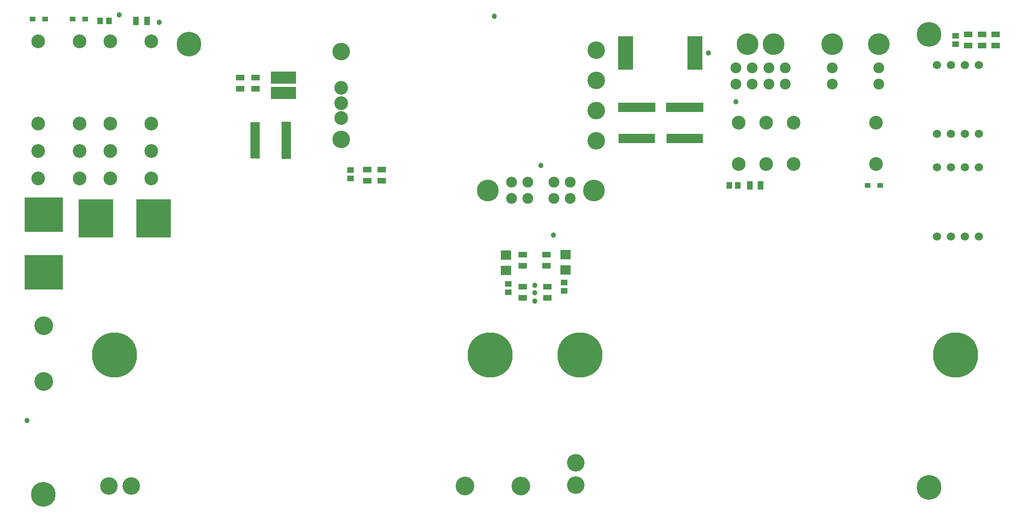
<source format=gts>
G04*
G04 #@! TF.GenerationSoftware,Altium Limited,Altium Designer,18.1.11 (251)*
G04*
G04 Layer_Color=8388736*
%FSLAX25Y25*%
%MOIN*%
G70*
G01*
G75*
%ADD29C,0.03800*%
%ADD30R,0.06706X0.26784*%
%ADD31R,0.06706X0.25997*%
%ADD32R,0.25997X0.06706*%
%ADD33R,0.26784X0.06706*%
%ADD34R,0.06115X0.04343*%
%ADD35R,0.04343X0.06115*%
%ADD36R,0.07690X0.06509*%
%ADD37R,0.04540X0.04343*%
%ADD38R,0.04343X0.04540*%
%ADD39R,0.04343X0.03359*%
%ADD40R,0.27375X0.24816*%
%ADD41R,0.24816X0.27375*%
%ADD42R,0.17926X0.09068*%
%ADD43R,0.11036X0.24422*%
%ADD44C,0.07800*%
%ADD45C,0.15600*%
%ADD46C,0.12611*%
%ADD47C,0.13398*%
%ADD48C,0.09855*%
%ADD49C,0.17729*%
%ADD50C,0.05918*%
%ADD51C,0.32296*%
D29*
X479000Y382100D02*
D03*
X488000Y332000D02*
D03*
X111000Y199000D02*
D03*
X599000Y462500D02*
D03*
X618600Y427500D02*
D03*
X205750Y484750D02*
D03*
X445800Y488800D02*
D03*
X177000Y489800D02*
D03*
X474500Y290500D02*
D03*
Y284500D02*
D03*
Y296000D02*
D03*
D30*
X296721Y400000D02*
D03*
D31*
X274279D02*
D03*
D32*
X582000Y401279D02*
D03*
X547500D02*
D03*
D33*
X582000Y423721D02*
D03*
X547500D02*
D03*
D34*
X795000Y475937D02*
D03*
Y468063D02*
D03*
X804500Y475937D02*
D03*
Y468063D02*
D03*
X466000Y317874D02*
D03*
Y310000D02*
D03*
X483000Y317937D02*
D03*
Y310063D02*
D03*
X466000Y294937D02*
D03*
Y287063D02*
D03*
X483500Y294886D02*
D03*
Y287012D02*
D03*
X274500Y444937D02*
D03*
Y437063D02*
D03*
X365000Y378874D02*
D03*
Y371000D02*
D03*
X785000Y475937D02*
D03*
Y468063D02*
D03*
X354500Y378937D02*
D03*
Y371063D02*
D03*
X263500Y444937D02*
D03*
Y437063D02*
D03*
D35*
X636437Y367500D02*
D03*
X628563D02*
D03*
X189063Y485500D02*
D03*
X196937D02*
D03*
D36*
X454000Y317512D02*
D03*
Y306488D02*
D03*
X496500Y318012D02*
D03*
Y306988D02*
D03*
D37*
X455500Y297051D02*
D03*
Y290949D02*
D03*
X495500Y298051D02*
D03*
Y291949D02*
D03*
X342500Y372449D02*
D03*
Y378551D02*
D03*
X776000Y468949D02*
D03*
Y475051D02*
D03*
D38*
X613898Y367500D02*
D03*
X620000D02*
D03*
X169551Y485500D02*
D03*
X163449D02*
D03*
D39*
X124028Y487000D02*
D03*
X114972D02*
D03*
X712972Y367500D02*
D03*
X722028D02*
D03*
X143472Y487000D02*
D03*
X152528D02*
D03*
D40*
X123000Y305331D02*
D03*
Y346669D02*
D03*
D41*
X201669Y344000D02*
D03*
X160331D02*
D03*
D42*
X294500Y433779D02*
D03*
Y445000D02*
D03*
D43*
X539795Y462500D02*
D03*
X589205D02*
D03*
D44*
X488200Y358200D02*
D03*
Y370000D02*
D03*
X500000D02*
D03*
Y358200D02*
D03*
X469800Y370000D02*
D03*
Y358200D02*
D03*
X458000D02*
D03*
Y370000D02*
D03*
X630400Y440200D02*
D03*
X618600D02*
D03*
Y452000D02*
D03*
X630400D02*
D03*
X654000D02*
D03*
X642200D02*
D03*
Y440200D02*
D03*
X654000D02*
D03*
X687500D02*
D03*
Y452000D02*
D03*
X721000D02*
D03*
Y440200D02*
D03*
D45*
X517000Y364100D02*
D03*
X441000D02*
D03*
X627000Y469000D02*
D03*
X645500D02*
D03*
X687500D02*
D03*
X721000D02*
D03*
D46*
X185500Y152000D02*
D03*
X169500D02*
D03*
X504000Y152500D02*
D03*
Y168500D02*
D03*
X336000Y400600D02*
D03*
Y463592D02*
D03*
X518598Y442923D02*
D03*
Y464576D02*
D03*
Y421269D02*
D03*
Y399616D02*
D03*
D47*
X424500Y152000D02*
D03*
X464657D02*
D03*
X123000Y226842D02*
D03*
Y267000D02*
D03*
D48*
X336000Y426663D02*
D03*
Y437529D02*
D03*
Y415836D02*
D03*
X620575Y412500D02*
D03*
X640260D02*
D03*
X719000D02*
D03*
X659945D02*
D03*
X620575Y382972D02*
D03*
X640260D02*
D03*
X659945D02*
D03*
X719000D02*
D03*
X118972Y372630D02*
D03*
Y392315D02*
D03*
Y471055D02*
D03*
Y412000D02*
D03*
X148500Y372630D02*
D03*
Y392315D02*
D03*
Y412000D02*
D03*
Y471055D02*
D03*
X170500Y372630D02*
D03*
Y392315D02*
D03*
Y471055D02*
D03*
Y412000D02*
D03*
X200028Y372630D02*
D03*
Y392315D02*
D03*
Y412000D02*
D03*
Y471055D02*
D03*
D49*
X122500Y146000D02*
D03*
X757000Y151000D02*
D03*
X227000Y469000D02*
D03*
X757000Y476000D02*
D03*
D50*
X792500Y404591D02*
D03*
Y454000D02*
D03*
X782500Y404591D02*
D03*
X772500D02*
D03*
X762500D02*
D03*
X782500Y454000D02*
D03*
X772500D02*
D03*
X762500D02*
D03*
X792500Y331090D02*
D03*
Y380500D02*
D03*
X782500Y331090D02*
D03*
X772500D02*
D03*
X762500D02*
D03*
X782500Y380500D02*
D03*
X772500D02*
D03*
X762500D02*
D03*
D51*
X442500Y246000D02*
D03*
X173602D02*
D03*
X775898D02*
D03*
X507000D02*
D03*
M02*

</source>
